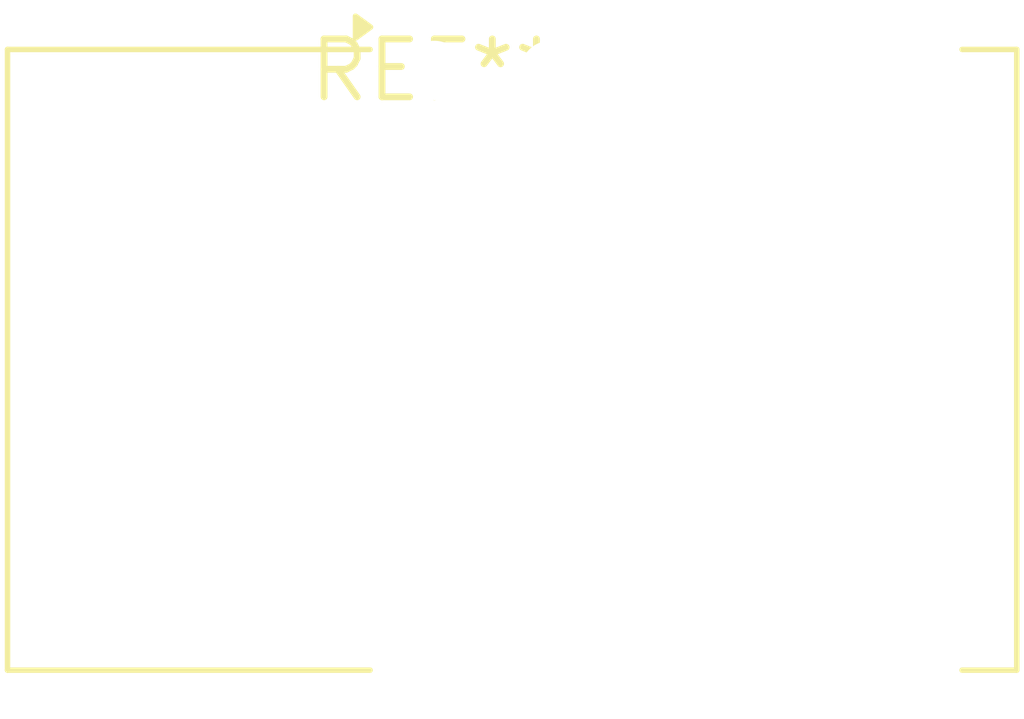
<source format=kicad_pcb>
(kicad_pcb (version 20240108) (generator pcbnew)
  (layers (0 "F.Cu" signal) (31 "B.Cu" signal) (34 "B.Paste" user) (35 "F.Paste" user) (36 "B.SilkS" user "B.Silkscreen") (37 "F.SilkS" user "F.Silkscreen") (38 "B.Mask" user) (39 "F.Mask" user) (44 "Edge.Cuts" user))
  (net 0 "")
  (footprint "LEM_CKSR" (layer "F.Cu") (at 0 0)
    (property "Reference" "REF**")
    (property "Value" "LEM_CKSR")
    (fp_line (start -9.36 -0.46) (end -9.36 13.16) (layer "F.SilkS") (stroke (width 0.12)))
    (fp_line (start -9.36 -0.46) (end -1.41 -0.46) (layer "F.SilkS") (stroke (width 0.12)))
    (fp_line (start -9.36 13.16) (end -1.41 13.16) (layer "F.SilkS") (stroke (width 0.12)))
    (fp_line (start 12.77 -0.46) (end 11.57 -0.46) (layer "F.SilkS") (stroke (width 0.12)))
    (fp_line (start 12.77 -0.46) (end 12.77 13.16) (layer "F.SilkS") (stroke (width 0.12)))
    (fp_line (start 12.77 13.16) (end 11.57 13.16) (layer "F.SilkS") (stroke (width 0.12)))
    (fp_poly (pts (xy -1.4 -0.95) (xy -1.73 -0.71) (xy -1.73 -1.19) (xy -1.4 -0.95)) (layer "F.SilkS") (stroke (width 0.12)) (fill solid))
    (pad "1" thru_hole roundrect (at 0 0 180) (size 1.9 2.54) (drill 1.3) (layers *.Cu *.Mask) (remove_unused_layers) (roundrect_rratio 0.132))
    (pad "2" thru_hole oval (at 2.54 0 180) (size 1.9 2.54) (drill 1.3) (layers *.Cu *.Mask) (remove_unused_layers))
    (pad "3" thru_hole oval (at 5.08 0 180) (size 1.9 2.54) (drill 1.3) (layers *.Cu *.Mask) (remove_unused_layers))
    (pad "4" thru_hole oval (at 7.62 0 180) (size 1.9 2.54) (drill 1.3) (layers *.Cu *.Mask) (remove_unused_layers))
    (pad "5" thru_hole oval (at 10.16 0 180) (size 1.9 2.54) (drill 1.3) (layers *.Cu *.Mask) (remove_unused_layers))
    (pad "6" thru_hole oval (at 10.16 12.7 180) (size 1.9 2.54) (drill 1.3) (layers *.Cu *.Mask) (remove_unused_layers))
    (pad "7" thru_hole oval (at 7.62 12.7 180) (size 1.9 2.54) (drill 1.3) (layers *.Cu *.Mask) (remove_unused_layers))
    (pad "8" thru_hole oval (at 5.08 12.7 180) (size 1.9 2.54) (drill 1.3) (layers *.Cu *.Mask) (remove_unused_layers))
    (pad "9" thru_hole oval (at 2.54 12.7 180) (size 1.9 2.54) (drill 1.3) (layers *.Cu *.Mask) (remove_unused_layers))
    (pad "10" thru_hole oval (at 0 12.7 180) (size 1.9 2.54) (drill 1.3) (layers *.Cu *.Mask) (remove_unused_layers))
    (pad "11" thru_hole oval (at -7.62 9.2075 180) (size 2.3 1.3) (drill 0.8) (layers *.Cu *.Mask) (remove_unused_layers))
    (pad "12" thru_hole oval (at -7.62 7.3025 180) (size 2.3 1.3) (drill 0.8) (layers *.Cu *.Mask) (remove_unused_layers))
    (pad "13" thru_hole oval (at -7.62 5.3975 180) (size 2.3 1.3) (drill 0.8) (layers *.Cu *.Mask) (remove_unused_layers))
    (pad "14" thru_hole oval (at -7.62 3.4925 180) (size 2.3 1.3) (drill 0.8) (layers *.Cu *.Mask) (remove_unused_layers))
  )
)
</source>
